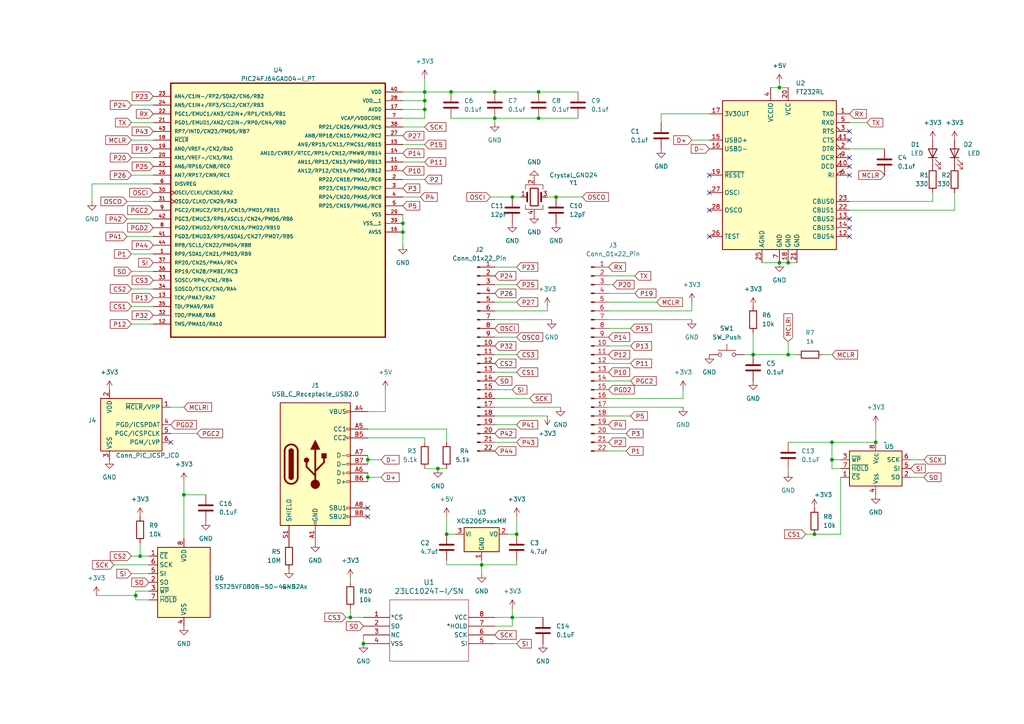
<source format=kicad_sch>
(kicad_sch (version 20230121) (generator eeschema)
  (paper "A4")
  (title_block (rev "2.0"))
  (junction (at 130.81 26.67))
  (junction (at 116.84 64.77))
  (junction (at 228.6 76.2))
  (junction (at 228.6 102.87))
  (junction (at 101.6 179.07))
  (junction (at 148.59 57.15))
  (junction (at 105.41 186.69))
  (junction (at 139.7 163.83))
  (junction (at 39.37 172.72))
  (junction (at 116.84 67.31))
  (junction (at 106.68 133.35))
  (junction (at 123.19 31.75))
  (junction (at 156.21 26.67))
  (junction (at 123.19 29.21))
  (junction (at 127 135.89))
  (junction (at 53.34 143.51))
  (junction (at 149.86 154.94))
  (junction (at 218.44 102.87))
  (junction (at 236.22 154.94))
  (junction (at 156.21 34.29))
  (junction (at 143.51 26.67))
  (junction (at 241.3 128.27))
  (junction (at 161.29 57.15))
  (junction (at 254 128.27))
  (junction (at 148.59 179.07))
  (junction (at 123.19 26.67))
  (junction (at 241.3 133.35))
  (junction (at 143.51 34.29))
  (junction (at 226.06 25.4))
  (junction (at 106.68 138.43))
  (junction (at 40.64 161.29))
  (junction (at 129.54 154.94))
  (junction (at 226.06 76.2))
  (no_connect (at 106.68 147.32))
  (no_connect (at 246.38 38.1))
  (no_connect (at 205.74 68.58))
  (no_connect (at 246.38 45.72))
  (no_connect (at 246.38 40.64))
  (no_connect (at 246.38 63.5))
  (no_connect (at 205.74 55.88))
  (no_connect (at 205.74 60.96))
  (no_connect (at 106.68 149.86))
  (no_connect (at 205.74 50.8))
  (no_connect (at 246.38 66.04))
  (no_connect (at 246.38 68.58))
  (no_connect (at 246.38 48.26))
  (no_connect (at 246.38 50.8))
  (no_connect (at 49.53 128.27))
  (wire (pts (xy 101.6 176.53) (xy 101.6 179.07)))
  (wire (pts (xy 38.1 45.72) (xy 44.45 45.72)))
  (wire (pts (xy 218.44 96.52) (xy 218.44 102.87)))
  (wire (pts (xy 116.84 34.29) (xy 123.19 34.29)))
  (wire (pts (xy 106.68 138.43) (xy 106.68 139.7)))
  (wire (pts (xy 176.53 118.11) (xy 198.12 118.11)))
  (wire (pts (xy 241.3 133.35) (xy 241.3 135.89)))
  (wire (pts (xy 215.9 102.87) (xy 218.44 102.87)))
  (wire (pts (xy 38.1 83.82) (xy 44.45 83.82)))
  (wire (pts (xy 143.51 87.63) (xy 149.86 87.63)))
  (wire (pts (xy 241.3 102.87) (xy 238.76 102.87)))
  (wire (pts (xy 149.86 154.94) (xy 149.86 149.86)))
  (wire (pts (xy 44.45 40.64) (xy 38.1 40.64)))
  (wire (pts (xy 38.1 35.56) (xy 44.45 35.56)))
  (wire (pts (xy 129.54 162.56) (xy 129.54 163.83)))
  (wire (pts (xy 143.51 120.65) (xy 158.75 120.65)))
  (wire (pts (xy 143.51 113.03) (xy 148.59 113.03)))
  (wire (pts (xy 123.19 127) (xy 123.19 128.27)))
  (wire (pts (xy 27.94 172.72) (xy 39.37 172.72)))
  (wire (pts (xy 149.86 77.47) (xy 143.51 77.47)))
  (wire (pts (xy 270.51 58.42) (xy 270.51 55.88)))
  (wire (pts (xy 241.3 128.27) (xy 254 128.27)))
  (wire (pts (xy 106.68 137.16) (xy 106.68 138.43)))
  (wire (pts (xy 143.51 118.11) (xy 162.56 118.11)))
  (wire (pts (xy 176.53 90.17) (xy 200.66 90.17)))
  (wire (pts (xy 228.6 76.2) (xy 231.14 76.2)))
  (wire (pts (xy 116.84 57.15) (xy 121.92 57.15)))
  (wire (pts (xy 143.51 115.57) (xy 153.67 115.57)))
  (wire (pts (xy 191.77 33.02) (xy 191.77 35.56)))
  (wire (pts (xy 226.06 24.13) (xy 226.06 25.4)))
  (wire (pts (xy 40.64 161.29) (xy 43.18 161.29)))
  (wire (pts (xy 38.1 73.66) (xy 44.45 73.66)))
  (wire (pts (xy 228.6 102.87) (xy 231.14 102.87)))
  (wire (pts (xy 44.45 53.34) (xy 26.67 53.34)))
  (wire (pts (xy 106.68 138.43) (xy 110.49 138.43)))
  (wire (pts (xy 33.02 163.83) (xy 43.18 163.83)))
  (wire (pts (xy 241.3 128.27) (xy 241.3 133.35)))
  (wire (pts (xy 176.53 125.73) (xy 181.61 125.73)))
  (wire (pts (xy 176.53 100.33) (xy 182.88 100.33)))
  (wire (pts (xy 149.86 162.56) (xy 149.86 163.83)))
  (wire (pts (xy 176.53 120.65) (xy 182.88 120.65)))
  (wire (pts (xy 228.6 135.89) (xy 228.6 137.16)))
  (wire (pts (xy 38.1 30.48) (xy 44.45 30.48)))
  (wire (pts (xy 176.53 105.41) (xy 182.88 105.41)))
  (wire (pts (xy 38.1 161.29) (xy 40.64 161.29)))
  (wire (pts (xy 36.83 58.42) (xy 44.45 58.42)))
  (wire (pts (xy 123.19 31.75) (xy 123.19 29.21)))
  (wire (pts (xy 53.34 143.51) (xy 53.34 156.21)))
  (wire (pts (xy 228.6 99.06) (xy 228.6 102.87)))
  (wire (pts (xy 176.53 82.55) (xy 177.8 82.55)))
  (wire (pts (xy 176.53 87.63) (xy 190.5 87.63)))
  (wire (pts (xy 105.41 184.15) (xy 105.41 186.69)))
  (wire (pts (xy 143.51 181.61) (xy 148.59 181.61)))
  (wire (pts (xy 111.76 113.03) (xy 111.76 119.38)))
  (wire (pts (xy 243.84 133.35) (xy 241.3 133.35)))
  (wire (pts (xy 39.37 172.72) (xy 39.37 171.45)))
  (wire (pts (xy 127 135.89) (xy 129.54 135.89)))
  (wire (pts (xy 142.24 57.15) (xy 148.59 57.15)))
  (wire (pts (xy 149.86 154.94) (xy 147.32 154.94)))
  (wire (pts (xy 38.1 78.74) (xy 44.45 78.74)))
  (wire (pts (xy 116.84 62.23) (xy 116.84 64.77)))
  (wire (pts (xy 148.59 181.61) (xy 148.59 179.07)))
  (wire (pts (xy 116.84 46.99) (xy 123.19 46.99)))
  (wire (pts (xy 123.19 26.67) (xy 130.81 26.67)))
  (wire (pts (xy 158.75 88.9) (xy 158.75 90.17)))
  (wire (pts (xy 200.66 40.64) (xy 205.74 40.64)))
  (wire (pts (xy 176.53 95.25) (xy 182.88 95.25)))
  (wire (pts (xy 218.44 102.87) (xy 228.6 102.87)))
  (wire (pts (xy 205.74 33.02) (xy 191.77 33.02)))
  (wire (pts (xy 123.19 26.67) (xy 123.19 22.86)))
  (wire (pts (xy 38.1 166.37) (xy 43.18 166.37)))
  (wire (pts (xy 130.81 26.67) (xy 143.51 26.67)))
  (wire (pts (xy 176.53 80.01) (xy 184.15 80.01)))
  (wire (pts (xy 123.19 29.21) (xy 123.19 26.67)))
  (wire (pts (xy 228.6 25.4) (xy 226.06 25.4)))
  (wire (pts (xy 168.91 57.15) (xy 161.29 57.15)))
  (wire (pts (xy 36.83 68.58) (xy 44.45 68.58)))
  (wire (pts (xy 143.51 123.19) (xy 149.86 123.19)))
  (wire (pts (xy 39.37 172.72) (xy 39.37 173.99)))
  (wire (pts (xy 143.51 90.17) (xy 158.75 90.17)))
  (wire (pts (xy 116.84 41.91) (xy 123.19 41.91)))
  (wire (pts (xy 101.6 179.07) (xy 105.41 179.07)))
  (wire (pts (xy 143.51 97.79) (xy 149.86 97.79)))
  (wire (pts (xy 143.51 92.71) (xy 160.02 92.71)))
  (wire (pts (xy 176.53 110.49) (xy 182.88 110.49)))
  (wire (pts (xy 233.68 154.94) (xy 236.22 154.94)))
  (wire (pts (xy 246.38 35.56) (xy 251.46 35.56)))
  (wire (pts (xy 139.7 163.83) (xy 149.86 163.83)))
  (wire (pts (xy 132.08 154.94) (xy 129.54 154.94)))
  (wire (pts (xy 116.84 52.07) (xy 123.19 52.07)))
  (wire (pts (xy 243.84 154.94) (xy 243.84 138.43)))
  (wire (pts (xy 106.68 132.08) (xy 106.68 133.35)))
  (wire (pts (xy 246.38 60.96) (xy 276.86 60.96)))
  (wire (pts (xy 129.54 163.83) (xy 139.7 163.83)))
  (wire (pts (xy 116.84 64.77) (xy 116.84 67.31)))
  (wire (pts (xy 176.53 92.71) (xy 200.66 92.71)))
  (wire (pts (xy 228.6 128.27) (xy 241.3 128.27)))
  (wire (pts (xy 264.16 133.35) (xy 267.97 133.35)))
  (wire (pts (xy 139.7 166.37) (xy 139.7 163.83)))
  (wire (pts (xy 43.18 171.45) (xy 39.37 171.45)))
  (wire (pts (xy 130.81 34.29) (xy 143.51 34.29)))
  (wire (pts (xy 200.66 87.63) (xy 200.66 90.17)))
  (wire (pts (xy 176.53 115.57) (xy 198.12 115.57)))
  (wire (pts (xy 143.51 26.67) (xy 156.21 26.67)))
  (wire (pts (xy 143.51 107.95) (xy 149.86 107.95)))
  (wire (pts (xy 38.1 93.98) (xy 44.45 93.98)))
  (wire (pts (xy 176.53 130.81) (xy 181.61 130.81)))
  (wire (pts (xy 36.83 63.5) (xy 44.45 63.5)))
  (wire (pts (xy 106.68 127) (xy 123.19 127)))
  (wire (pts (xy 243.84 135.89) (xy 241.3 135.89)))
  (wire (pts (xy 143.51 186.69) (xy 149.86 186.69)))
  (wire (pts (xy 123.19 34.29) (xy 123.19 31.75)))
  (wire (pts (xy 116.84 29.21) (xy 123.19 29.21)))
  (wire (pts (xy 100.33 179.07) (xy 101.6 179.07)))
  (wire (pts (xy 143.51 35.56) (xy 143.51 34.29)))
  (wire (pts (xy 158.75 57.15) (xy 161.29 57.15)))
  (wire (pts (xy 220.98 76.2) (xy 226.06 76.2)))
  (wire (pts (xy 156.21 34.29) (xy 167.64 34.29)))
  (wire (pts (xy 226.06 76.2) (xy 228.6 76.2)))
  (wire (pts (xy 106.68 124.46) (xy 129.54 124.46)))
  (wire (pts (xy 38.1 88.9) (xy 44.45 88.9)))
  (wire (pts (xy 236.22 154.94) (xy 243.84 154.94)))
  (wire (pts (xy 156.21 26.67) (xy 167.64 26.67)))
  (wire (pts (xy 116.84 26.67) (xy 123.19 26.67)))
  (wire (pts (xy 53.34 139.7) (xy 53.34 143.51)))
  (wire (pts (xy 148.59 179.07) (xy 157.48 179.07)))
  (wire (pts (xy 116.84 67.31) (xy 116.84 71.12)))
  (wire (pts (xy 101.6 168.91) (xy 101.6 167.64)))
  (wire (pts (xy 129.54 124.46) (xy 129.54 128.27)))
  (wire (pts (xy 148.59 176.53) (xy 148.59 179.07)))
  (wire (pts (xy 40.64 157.48) (xy 40.64 161.29)))
  (wire (pts (xy 53.34 143.51) (xy 59.69 143.51)))
  (wire (pts (xy 254 123.19) (xy 254 128.27)))
  (wire (pts (xy 246.38 58.42) (xy 270.51 58.42)))
  (wire (pts (xy 143.51 102.87) (xy 149.86 102.87)))
  (wire (pts (xy 148.59 57.15) (xy 151.13 57.15)))
  (wire (pts (xy 106.68 133.35) (xy 110.49 133.35)))
  (wire (pts (xy 143.51 179.07) (xy 148.59 179.07)))
  (wire (pts (xy 264.16 138.43) (xy 267.97 138.43)))
  (wire (pts (xy 129.54 149.86) (xy 129.54 154.94)))
  (wire (pts (xy 139.7 163.83) (xy 139.7 162.56)))
  (wire (pts (xy 38.1 50.8) (xy 44.45 50.8)))
  (wire (pts (xy 116.84 31.75) (xy 123.19 31.75)))
  (wire (pts (xy 106.68 133.35) (xy 106.68 134.62)))
  (wire (pts (xy 223.52 25.4) (xy 226.06 25.4)))
  (wire (pts (xy 39.37 173.99) (xy 43.18 173.99)))
  (wire (pts (xy 176.53 85.09) (xy 184.15 85.09)))
  (wire (pts (xy 276.86 60.96) (xy 276.86 55.88)))
  (wire (pts (xy 246.38 43.18) (xy 256.54 43.18)))
  (wire (pts (xy 26.67 53.34) (xy 26.67 58.42)))
  (wire (pts (xy 53.34 118.11) (xy 49.53 118.11)))
  (wire (pts (xy 198.12 113.03) (xy 198.12 115.57)))
  (wire (pts (xy 143.51 34.29) (xy 156.21 34.29)))
  (wire (pts (xy 49.53 125.73) (xy 57.15 125.73)))
  (wire (pts (xy 143.51 128.27) (xy 149.86 128.27)))
  (wire (pts (xy 106.68 119.38) (xy 111.76 119.38)))
  (wire (pts (xy 116.84 36.83) (xy 123.19 36.83)))
  (wire (pts (xy 123.19 135.89) (xy 127 135.89)))
  (wire (pts (xy 143.51 82.55) (xy 149.86 82.55)))
  (text "ESD PRotectin?" (at 311.15 27.94 0) (effects (font (size 5 5)) (justify left bottom)))
  (global_label "CS1" (shape input) (at 233.68 154.94 180) (property "Intersheetrefs" "${INTERSHEET_REFS}" (effects hide)))
  (global_label "P44" (shape input) (at 143.51 130.81 0) (property "Intersheetrefs" "${INTERSHEET_REFS}" (effects hide)))
  (global_label "P4" (shape input) (at 176.53 123.19 0) (property "Intersheetrefs" "${INTERSHEET_REFS}" (effects hide)))
  (global_label "P19" (shape input) (at 44.45 43.18 180) (property "Intersheetrefs" "${INTERSHEET_REFS}" (effects hide)))
  (global_label "P2" (shape input) (at 176.53 128.27 0) (property "Intersheetrefs" "${INTERSHEET_REFS}" (effects hide)))
  (global_label "CS2" (shape input) (at 38.1 83.82 180) (property "Intersheetrefs" "${INTERSHEET_REFS}" (effects hide)))
  (global_label "P26" (shape input) (at 143.51 85.09 0) (property "Intersheetrefs" "${INTERSHEET_REFS}" (effects hide)))
  (global_label "D-" (shape input) (at 205.74 43.18 180) (property "Intersheetrefs" "${INTERSHEET_REFS}" (effects hide)))
  (global_label "SCK" (shape input) (at 123.19 36.83 0) (property "Intersheetrefs" "${INTERSHEET_REFS}" (effects hide)))
  (global_label "P11" (shape input) (at 182.88 105.41 0) (property "Intersheetrefs" "${INTERSHEET_REFS}" (effects hide)))
  (global_label "SCK" (shape input) (at 33.02 163.83 180) (property "Intersheetrefs" "${INTERSHEET_REFS}" (effects hide)))
  (global_label "SCK" (shape input) (at 153.67 115.57 0) (property "Intersheetrefs" "${INTERSHEET_REFS}" (effects hide)))
  (global_label "P27" (shape input) (at 149.86 87.63 0) (property "Intersheetrefs" "${INTERSHEET_REFS}" (effects hide)))
  (global_label "SO" (shape input) (at 143.51 110.49 0) (property "Intersheetrefs" "${INTERSHEET_REFS}" (effects hide)))
  (global_label "P24" (shape input) (at 143.51 80.01 0) (property "Intersheetrefs" "${INTERSHEET_REFS}" (effects hide)))
  (global_label "OSCO" (shape input) (at 36.83 58.42 180) (property "Intersheetrefs" "${INTERSHEET_REFS}" (effects hide)))
  (global_label "OSCI" (shape input) (at 44.45 55.88 180) (property "Intersheetrefs" "${INTERSHEET_REFS}" (effects hide)))
  (global_label "MCLR" (shape input) (at 38.1 40.64 180) (property "Intersheetrefs" "${INTERSHEET_REFS}" (effects hide)))
  (global_label "P14" (shape input) (at 176.53 97.79 0) (property "Intersheetrefs" "${INTERSHEET_REFS}" (effects hide)))
  (global_label "RX" (shape input) (at 246.38 33.02 0) (property "Intersheetrefs" "${INTERSHEET_REFS}" (effects hide)))
  (global_label "CS1" (shape input) (at 38.1 88.9 180) (property "Intersheetrefs" "${INTERSHEET_REFS}" (effects hide)))
  (global_label "SCK" (shape input) (at 143.51 184.15 0) (property "Intersheetrefs" "${INTERSHEET_REFS}" (effects hide)))
  (global_label "CS2" (shape input) (at 143.51 105.41 0) (property "Intersheetrefs" "${INTERSHEET_REFS}" (effects hide)))
  (global_label "PGC2" (shape input) (at 57.15 125.73 0) (property "Intersheetrefs" "${INTERSHEET_REFS}" (effects hide)))
  (global_label "P27" (shape input) (at 116.84 39.37 0) (property "Intersheetrefs" "${INTERSHEET_REFS}" (effects hide)))
  (global_label "D-" (shape input) (at 110.49 133.35 0) (property "Intersheetrefs" "${INTERSHEET_REFS}" (effects hide)))
  (global_label "P10" (shape input) (at 176.53 107.95 0) (property "Intersheetrefs" "${INTERSHEET_REFS}" (effects hide)))
  (global_label "P10" (shape input) (at 116.84 49.53 0) (property "Intersheetrefs" "${INTERSHEET_REFS}" (effects hide)))
  (global_label "MCLR" (shape input) (at 256.54 50.8 180) (property "Intersheetrefs" "${INTERSHEET_REFS}" (effects hide)))
  (global_label "P11" (shape input) (at 123.19 46.99 0) (property "Intersheetrefs" "${INTERSHEET_REFS}" (effects hide)))
  (global_label "SO" (shape input) (at 43.18 168.91 180) (property "Intersheetrefs" "${INTERSHEET_REFS}" (effects hide)))
  (global_label "SI" (shape input) (at 38.1 166.37 180) (property "Intersheetrefs" "${INTERSHEET_REFS}" (effects hide)))
  (global_label "D+" (shape input) (at 110.49 138.43 0) (property "Intersheetrefs" "${INTERSHEET_REFS}" (effects hide)))
  (global_label "PGD2" (shape input) (at 176.53 113.03 0) (property "Intersheetrefs" "${INTERSHEET_REFS}" (effects hide)))
  (global_label "MCLR" (shape input) (at 190.5 87.63 0) (property "Intersheetrefs" "${INTERSHEET_REFS}" (effects hide)))
  (global_label "RX" (shape input) (at 176.53 77.47 0) (property "Intersheetrefs" "${INTERSHEET_REFS}" (effects hide)))
  (global_label "CS3" (shape input) (at 149.86 102.87 0) (property "Intersheetrefs" "${INTERSHEET_REFS}" (effects hide)))
  (global_label "P3" (shape input) (at 116.84 54.61 0) (property "Intersheetrefs" "${INTERSHEET_REFS}" (effects hide)))
  (global_label "P12" (shape input) (at 176.53 102.87 0) (property "Intersheetrefs" "${INTERSHEET_REFS}" (effects hide)))
  (global_label "CS3" (shape input) (at 44.45 81.28 180) (property "Intersheetrefs" "${INTERSHEET_REFS}" (effects hide)))
  (global_label "OSCO" (shape input) (at 168.91 57.15 0) (property "Intersheetrefs" "${INTERSHEET_REFS}" (effects hide)))
  (global_label "P23" (shape input) (at 149.86 77.47 0) (property "Intersheetrefs" "${INTERSHEET_REFS}" (effects hide)))
  (global_label "PGC2" (shape input) (at 44.45 60.96 180) (property "Intersheetrefs" "${INTERSHEET_REFS}" (effects hide)))
  (global_label "SO" (shape input) (at 105.41 181.61 180) (property "Intersheetrefs" "${INTERSHEET_REFS}" (effects hide)))
  (global_label "TX" (shape input) (at 184.15 80.01 0) (property "Intersheetrefs" "${INTERSHEET_REFS}" (effects hide)))
  (global_label "P20" (shape input) (at 177.8 82.55 0) (property "Intersheetrefs" "${INTERSHEET_REFS}" (effects hide)))
  (global_label "P12" (shape input) (at 38.1 93.98 180) (property "Intersheetrefs" "${INTERSHEET_REFS}" (effects hide)))
  (global_label "P42" (shape input) (at 143.51 125.73 0) (property "Intersheetrefs" "${INTERSHEET_REFS}" (effects hide)))
  (global_label "P43" (shape input) (at 44.45 38.1 180) (property "Intersheetrefs" "${INTERSHEET_REFS}" (effects hide)))
  (global_label "P23" (shape input) (at 44.45 27.94 180) (property "Intersheetrefs" "${INTERSHEET_REFS}" (effects hide)))
  (global_label "TX" (shape input) (at 251.46 35.56 0) (property "Intersheetrefs" "${INTERSHEET_REFS}" (effects hide)))
  (global_label "P32" (shape input) (at 44.45 91.44 180) (property "Intersheetrefs" "${INTERSHEET_REFS}" (effects hide)))
  (global_label "P41" (shape input) (at 36.83 68.58 180) (property "Intersheetrefs" "${INTERSHEET_REFS}" (effects hide)))
  (global_label "SI" (shape input) (at 264.16 135.89 0) (property "Intersheetrefs" "${INTERSHEET_REFS}" (effects hide)))
  (global_label "P5" (shape input) (at 182.88 120.65 0) (property "Intersheetrefs" "${INTERSHEET_REFS}" (effects hide)))
  (global_label "P25" (shape input) (at 44.45 48.26 180) (property "Intersheetrefs" "${INTERSHEET_REFS}" (effects hide)))
  (global_label "OSCI" (shape input) (at 143.51 95.25 0) (property "Intersheetrefs" "${INTERSHEET_REFS}" (effects hide)))
  (global_label "SI" (shape input) (at 44.45 76.2 180) (property "Intersheetrefs" "${INTERSHEET_REFS}" (effects hide)))
  (global_label "CS1" (shape input) (at 149.86 107.95 0) (property "Intersheetrefs" "${INTERSHEET_REFS}" (effects hide)))
  (global_label "MCLRI" (shape input) (at 228.6 99.06 90) (property "Intersheetrefs" "${INTERSHEET_REFS}" (effects hide)))
  (global_label "CS2" (shape input) (at 38.1 161.29 180) (property "Intersheetrefs" "${INTERSHEET_REFS}" (effects hide)))
  (global_label "SO" (shape input) (at 38.1 78.74 180) (property "Intersheetrefs" "${INTERSHEET_REFS}" (effects hide)))
  (global_label "P25" (shape input) (at 149.86 82.55 0) (property "Intersheetrefs" "${INTERSHEET_REFS}" (effects hide)))
  (global_label "P20" (shape input) (at 38.1 45.72 180) (property "Intersheetrefs" "${INTERSHEET_REFS}" (effects hide)))
  (global_label "SI" (shape input) (at 149.86 186.69 0) (property "Intersheetrefs" "${INTERSHEET_REFS}" (effects hide)))
  (global_label "P44" (shape input) (at 44.45 71.12 180) (property "Intersheetrefs" "${INTERSHEET_REFS}" (effects hide)))
  (global_label "P24" (shape input) (at 38.1 30.48 180) (property "Intersheetrefs" "${INTERSHEET_REFS}" (effects hide)))
  (global_label "OSCO" (shape input) (at 149.86 97.79 0) (property "Intersheetrefs" "${INTERSHEET_REFS}" (effects hide)))
  (global_label "P41" (shape input) (at 149.86 123.19 0) (property "Intersheetrefs" "${INTERSHEET_REFS}" (effects hide)))
  (global_label "P15" (shape input) (at 182.88 95.25 0) (property "Intersheetrefs" "${INTERSHEET_REFS}" (effects hide)))
  (global_label "P3" (shape input) (at 181.61 125.73 0) (property "Intersheetrefs" "${INTERSHEET_REFS}" (effects hide)))
  (global_label "P5" (shape input) (at 116.84 59.69 0) (property "Intersheetrefs" "${INTERSHEET_REFS}" (effects hide)))
  (global_label "P13" (shape input) (at 182.88 100.33 0) (property "Intersheetrefs" "${INTERSHEET_REFS}" (effects hide)))
  (global_label "P2" (shape input) (at 123.19 52.07 0) (property "Intersheetrefs" "${INTERSHEET_REFS}" (effects hide)))
  (global_label "MCLRI" (shape input) (at 53.34 118.11 0) (property "Intersheetrefs" "${INTERSHEET_REFS}" (effects hide)))
  (global_label "P15" (shape input) (at 123.19 41.91 0) (property "Intersheetrefs" "${INTERSHEET_REFS}" (effects hide)))
  (global_label "OSCI" (shape input) (at 142.24 57.15 180) (property "Intersheetrefs" "${INTERSHEET_REFS}" (effects hide)))
  (global_label "P13" (shape input) (at 44.45 86.36 180) (property "Intersheetrefs" "${INTERSHEET_REFS}" (effects hide)))
  (global_label "D+" (shape input) (at 200.66 40.64 180) (property "Intersheetrefs" "${INTERSHEET_REFS}" (effects hide)))
  (global_label "P26" (shape input) (at 38.1 50.8 180) (property "Intersheetrefs" "${INTERSHEET_REFS}" (effects hide)))
  (global_label "P19" (shape input) (at 184.15 85.09 0) (property "Intersheetrefs" "${INTERSHEET_REFS}" (effects hide)))
  (global_label "RX" (shape input) (at 44.45 33.02 180) (property "Intersheetrefs" "${INTERSHEET_REFS}" (effects hide)))
  (global_label "SO" (shape input) (at 267.97 138.43 0) (property "Intersheetrefs" "${INTERSHEET_REFS}" (effects hide)))
  (global_label "P1" (shape input) (at 38.1 73.66 180) (property "Intersheetrefs" "${INTERSHEET_REFS}" (effects hide)))
  (global_label "P43" (shape input) (at 149.86 128.27 0) (property "Intersheetrefs" "${INTERSHEET_REFS}" (effects hide)))
  (global_label "SI" (shape input) (at 148.59 113.03 0) (property "Intersheetrefs" "${INTERSHEET_REFS}" (effects hide)))
  (global_label "P4" (shape input) (at 121.92 57.15 0) (property "Intersheetrefs" "${INTERSHEET_REFS}" (effects hide)))
  (global_label "P1" (shape input) (at 181.61 130.81 0) (property "Intersheetrefs" "${INTERSHEET_REFS}" (effects hide)))
  (global_label "SCK" (shape input) (at 267.97 133.35 0) (property "Intersheetrefs" "${INTERSHEET_REFS}" (effects hide)))
  (global_label "TX" (shape input) (at 38.1 35.56 180) (property "Intersheetrefs" "${INTERSHEET_REFS}" (effects hide)))
  (global_label "MCLR" (shape input) (at 241.3 102.87 0) (property "Intersheetrefs" "${INTERSHEET_REFS}" (effects hide)))
  (global_label "CS3" (shape input) (at 100.33 179.07 180) (property "Intersheetrefs" "${INTERSHEET_REFS}" (effects hide)))
  (global_label "P14" (shape input) (at 116.84 44.45 0) (property "Intersheetrefs" "${INTERSHEET_REFS}" (effects hide)))
  (global_label "PGD2" (shape input) (at 44.45 66.04 180) (property "Intersheetrefs" "${INTERSHEET_REFS}" (effects hide)))
  (global_label "PGD2" (shape input) (at 49.53 123.19 0) (property "Intersheetrefs" "${INTERSHEET_REFS}" (effects hide)))
  (global_label "P32" (shape input) (at 143.51 100.33 0) (property "Intersheetrefs" "${INTERSHEET_REFS}" (effects hide)))
  (global_label "PGC2" (shape input) (at 182.88 110.49 0) (property "Intersheetrefs" "${INTERSHEET_REFS}" (effects hide)))
  (global_label "P42" (shape input) (at 36.83 63.5 180) (property "Intersheetrefs" "${INTERSHEET_REFS}" (effects hide)))
  (symbol (lib_id "power:GND") (at 205.74 102.87 0) (unit 1)
    (property "Reference" "#PWR016" (effects hide))
    (property "Value" "GND" (at 205.74 107.95 0))
  )
  (symbol (lib_id "power:GND") (at 26.67 58.42 0) (unit 1)
    (property "Reference" "#PWR014" (effects hide))
    (property "Value" "GND" (at 26.67 63.5 0))
  )
  (symbol (lib_id "Device:C") (at 156.21 30.48 0) (unit 1)
    (property "Reference" "C8" (at 160.02 29.21 0) (effects (justify left)))
    (property "Value" "0.1uf" (at 160.02 31.75 0) (effects (justify left)))
    (property "Footprint" "Capacitor_SMD:C_0603_1608Metric" (effects hide))
  )
  (symbol (lib_id "power:GND") (at 83.82 165.1 0) (unit 1)
    (property "Reference" "#PWR08" (effects hide))
    (property "Value" "GND" (at 83.82 170.18 0))
  )
  (symbol (lib_id "power:GND") (at 139.7 166.37 0) (unit 1)
    (property "Reference" "#PWR011" (effects hide))
    (property "Value" "GND" (at 139.7 171.45 0))
  )
  (symbol (lib_id "power:GND") (at 200.66 92.71 0) (unit 1)
    (property "Reference" "#PWR029" (effects hide))
    (property "Value" "GND" (at 200.66 97.79 0))
  )
  (symbol (lib_id "power:+3V3") (at 123.19 22.86 0) (unit 1)
    (property "Reference" "#PWR012" (effects hide))
    (property "Value" "+3V3" (at 123.19 17.78 0))
  )
  (symbol (lib_id "Device:C") (at 218.44 106.68 0) (unit 1)
    (property "Reference" "C5" (at 222.25 105.41 0) (effects (justify left)))
    (property "Value" "0.1uf" (at 222.25 107.95 0) (effects (justify left)))
    (property "Footprint" "Capacitor_SMD:C_0603_1608Metric" (effects hide))
  )
  (symbol (lib_id "Connector:Conn_PIC_ICSP_ICD") (at 36.83 123.19 0) (unit 1)
    (property "Reference" "J4" (at 27.94 121.92 0) (effects (justify right)))
    (property "Value" "Conn_PIC_ICSP_ICD" (at 52.07 132.08 0) (effects (justify right)))
    (property "Footprint" "Connector_PinHeader_2.54mm:PinHeader_1x05_P2.54mm_Vertical_SMD_Pin1Left" (effects hide))
    (property "Datasheet" "http://ww1.microchip.com/downloads/en/devicedoc/30277d.pdf" (effects hide))
  )
  (symbol (lib_id "power:GND") (at 116.84 71.12 0) (unit 1)
    (property "Reference" "#PWR013" (effects hide))
    (property "Value" "GND" (at 116.84 76.2 0))
  )
  (symbol (lib_id "power:+5V") (at 129.54 149.86 0) (unit 1)
    (property "Reference" "#PWR09" (effects hide))
    (property "Value" "+5V" (at 129.54 144.78 0))
  )
  (symbol (lib_id "power:+3V3") (at 200.66 87.63 0) (unit 1)
    (property "Reference" "#PWR028" (effects hide))
    (property "Value" "+3V3" (at 200.66 82.55 0))
  )
  (symbol (lib_id "Memory_Flash:SST25VF080B-50-4x-S2Ax") (at 53.34 168.91 0) (unit 1)
    (property "Reference" "U6" (at 62.23 167.64 0) (effects (justify left)))
    (property "Value" "SST25VF080B-50-4x-S2Ax" (at 62.23 170.18 0) (effects (justify left)))
    (property "Footprint" "Package_SO:SOP-8_3.9x4.9mm_P1.27mm" (effects hide))
    (property "Datasheet" "http://ww1.microchip.com/downloads/en/DeviceDoc/20005045C.pdf" (effects hide))
  )
  (symbol (lib_id "power:+5V") (at 111.76 113.03 0) (unit 1)
    (property "Reference" "#PWR015" (effects hide))
    (property "Value" "+5V" (at 111.76 107.95 0))
  )
  (symbol (lib_id "Regulator_Linear:XC6206PxxxMR") (at 139.7 154.94 0) (unit 1)
    (property "Reference" "U3" (at 139.7 148.59 0))
    (property "Value" "XC6206PxxxMR" (at 139.7 151.13 0))
    (property "Footprint" "Package_TO_SOT_SMD:SOT-23-3" (effects hide))
    (property "Datasheet" "https://datasheet.lcsc.com/lcsc/2303151430_HXY-MOSFET-XC6206P332MR_C5148692.pdf" (effects hide))
    (property "LCSC Link" "https://www.lcsc.com/product-detail/Linear-Voltage-Regulators-LDO_HXY-MOSFET-XC6206P332MR_C5148692.html" (effects hide))
  )
  (symbol (lib_name "PIC24FJ64GA004-I_PT_1") (lib_id "PIC24FJ64GA004-I_PT:PIC24FJ64GA004-I_PT") (at 60.96 90.17 0) (unit 1)
    (property "Reference" "U4" (at 80.645 20.32 0))
    (property "Value" "PIC24FJ64GA004-I_PT" (at 80.645 22.86 0))
    (property "Footprint" "Package_QFP:LQFP-44_10x10mm_P0.8mm" (effects hide))
    (property "Datasheet" "https://ww1.microchip.com/downloads/en/DeviceDoc/39881e.pdf" (effects hide))
  )
  (symbol (lib_id "power:+3V3") (at 276.86 40.64 0) (unit 1)
    (property "Reference" "#PWR02" (effects hide))
    (property "Value" "+3V3" (at 276.86 35.56 0))
  )
  (symbol (lib_id "power:GND") (at 161.29 64.77 0) (unit 1)
    (property "Reference" "#PWR023" (effects hide))
    (property "Value" "GND" (at 161.29 69.85 0))
  )
  (symbol (lib_id "Device:C") (at 161.29 60.96 0) (unit 1)
    (property "Reference" "C10" (at 165.1 59.69 0) (effects (justify left)))
    (property "Value" "12pF" (at 165.1 62.23 0) (effects (justify left)))
    (property "Footprint" "Capacitor_SMD:C_0603_1608Metric" (effects hide))
  )
  (symbol (lib_id "Device:LED") (at 276.86 44.45 90) (unit 1)
    (property "Reference" "D2" (at 279.4 41.91 90) (effects (justify right)))
    (property "Value" "LED" (at 280.67 44.45 90) (effects (justify right)))
    (property "Footprint" "LED_SMD:LED_0603_1608Metric" (effects hide))
    (property "Datasheet" "https://datasheet.lcsc.com/lcsc/2308091127_TUOZHAN-F-0603-00139-P2-0603R1TS2-06T-002_C7496820.pdf" (effects hide))
    (property "LCSC Link" "https://www.lcsc.com/product-detail/Light-Emitting-Diodes-span-style-background-color-ff0-LED-span_TUOZHAN-F-0603-00139-P2-0603R1TS2-06T-002_C7496820.html" (effects hide))
  )
  (symbol (lib_id "power:GND") (at 154.94 62.23 0) (unit 1)
    (property "Reference" "#PWR045" (effects hide))
    (property "Value" "GND" (at 154.94 67.31 0))
  )
  (symbol (lib_id "Device:C") (at 148.59 60.96 0) (unit 1)
    (property "Reference" "C11" (at 142.24 59.69 0) (effects (justify left)))
    (property "Value" "12pF" (at 142.24 62.23 0) (effects (justify left)))
    (property "Footprint" "Capacitor_SMD:C_0603_1608Metric" (effects hide))
  )
  (symbol (lib_id "power:+3V3") (at 40.64 149.86 0) (unit 1)
    (property "Reference" "#PWR036" (effects hide))
    (property "Value" "+3V3" (at 40.64 144.78 0))
  )
  (symbol (lib_id "power:GND") (at 91.44 157.48 0) (unit 1)
    (property "Reference" "#PWR07" (effects hide))
    (property "Value" "GND" (at 91.44 162.56 0))
  )
  (symbol (lib_id "Device:C") (at 167.64 30.48 0) (unit 1)
    (property "Reference" "C9" (at 171.45 29.21 0) (effects (justify left)))
    (property "Value" "0.1uf" (at 171.45 31.75 0) (effects (justify left)))
    (property "Footprint" "Capacitor_SMD:C_0603_1608Metric" (effects hide))
  )
  (symbol (lib_id "power:GND") (at 160.02 92.71 0) (unit 1)
    (property "Reference" "#PWR025" (effects hide))
    (property "Value" "GND" (at 160.02 97.79 0))
  )
  (symbol (lib_id "Device:R") (at 129.54 132.08 0) (unit 1)
    (property "Reference" "R4" (at 133.35 130.81 0) (effects (justify left)))
    (property "Value" "5.1k" (at 132.08 133.35 0) (effects (justify left)))
    (property "Footprint" "Resistor_SMD:R_0603_1608Metric" (effects hide))
  )
  (symbol (lib_id "power:+5V") (at 226.06 24.13 0) (unit 1)
    (property "Reference" "#PWR05" (effects hide))
    (property "Value" "+5V" (at 226.06 19.05 0))
  )
  (symbol (lib_id "Device:R") (at 83.82 161.29 0) (unit 1)
    (property "Reference" "R5" (at 78.74 160.02 0) (effects (justify left)))
    (property "Value" "10M" (at 77.47 162.56 0) (effects (justify left)))
    (property "Footprint" "Resistor_SMD:R_0603_1608Metric" (effects hide))
  )
  (symbol (lib_id "power:+3V3") (at 236.22 147.32 0) (unit 1)
    (property "Reference" "#PWR041" (effects hide))
    (property "Value" "+3V3" (at 238.76 143.51 0))
  )
  (symbol (lib_id "Device:C") (at 256.54 46.99 0) (unit 1)
    (property "Reference" "C4" (at 260.35 45.72 0) (effects (justify left)))
    (property "Value" "0.1uf" (at 260.35 48.26 0) (effects (justify left)))
    (property "Footprint" "Capacitor_SMD:C_0603_1608Metric" (effects hide))
  )
  (symbol (lib_id "power:+3V3") (at 158.75 120.65 180) (unit 1)
    (property "Reference" "#PWR027" (effects hide))
    (property "Value" "+3V3" (at 158.75 125.73 0))
  )
  (symbol (lib_id "power:GND") (at 218.44 110.49 0) (unit 1)
    (property "Reference" "#PWR019" (effects hide))
    (property "Value" "GND" (at 218.44 115.57 0))
  )
  (symbol (lib_id "Device:C") (at 143.51 30.48 0) (unit 1)
    (property "Reference" "C7" (at 147.32 29.21 0) (effects (justify left)))
    (property "Value" "0.1uf" (at 147.32 31.75 0) (effects (justify left)))
    (property "Footprint" "Capacitor_SMD:C_0603_1608Metric" (effects hide))
  )
  (symbol (lib_id "power:GND") (at 143.51 35.56 0) (unit 1)
    (property "Reference" "#PWR018" (effects hide))
    (property "Value" "GND" (at 143.51 40.64 0))
  )
  (symbol (lib_id "power:GND") (at 157.48 186.69 0) (unit 1)
    (property "Reference" "#PWR039" (effects hide))
    (property "Value" "GND" (at 157.48 191.77 0))
  )
  (symbol (lib_id "power:GND") (at 53.34 181.61 0) (unit 1)
    (property "Reference" "#PWR043" (effects hide))
    (property "Value" "GND" (at 53.34 186.69 0))
  )
  (symbol (lib_id "Interface_USB:FT232RL") (at 226.06 50.8 0) (unit 1)
    (property "Reference" "U2" (at 230.7941 24.13 0) (effects (justify left)))
    (property "Value" "FT232RL" (at 230.7941 26.67 0) (effects (justify left)))
    (property "Footprint" "Package_SO:SSOP-28_5.3x10.2mm_P0.65mm" (effects hide))
    (property "Datasheet" "https://www.ftdichip.com/Support/Documents/DataSheets/ICs/DS_FT232R.pdf" (effects hide))
    (property "LCSC Link" "https://www.lcsc.com/product-detail/USB-ICs_FTDI-FT232RNL-REEL_C5246810.html" (effects hide))
  )
  (symbol (lib_id "power:+3V3") (at 148.59 176.53 0) (unit 1)
    (property "Reference" "#PWR038" (effects hide))
    (property "Value" "+3V3" (at 148.59 171.45 0))
  )
  (symbol (lib_id "Device:Crystal_GND24") (at 154.94 57.15 0) (unit 1)
    (property "Reference" "Y1" (at 166.37 52.9591 0))
    (property "Value" "Crystal_GND24" (at 166.37 50.8 0))
    (property "Footprint" "Crystal:Crystal_SMD_3225-4Pin_3.2x2.5mm" (effects hide))
    (property "Datasheet" "https://datasheet.lcsc.com/lcsc/2203101903_JWT-CF4016M00009T8188036_C2933038.pdf" (effects hide))
  )
  (symbol (lib_id "Device:C") (at 228.6 132.08 0) (unit 1)
    (property "Reference" "C13" (at 232.41 130.81 0) (effects (justify left)))
    (property "Value" "0.1uF" (at 232.41 133.35 0) (effects (justify left)))
    (property "Footprint" "Capacitor_SMD:C_0603_1608Metric" (effects hide))
  )
  (symbol (lib_id "power:GND") (at 105.41 186.69 0) (unit 1)
    (property "Reference" "#PWR034" (effects hide))
    (property "Value" "GND" (at 105.41 191.77 0))
  )
  (symbol (lib_id "Device:C") (at 129.54 158.75 0) (unit 1)
    (property "Reference" "C2" (at 121.92 157.48 0) (effects (justify left)))
    (property "Value" "4.7uf" (at 121.92 160.02 0) (effects (justify left)))
    (property "Footprint" "Capacitor_SMD:C_0603_1608Metric" (effects hide))
  )
  (symbol (lib_id "power:+3V3") (at 270.51 40.64 0) (unit 1)
    (property "Reference" "#PWR01" (effects hide))
    (property "Value" "+3V3" (at 270.51 35.56 0))
  )
  (symbol (lib_id "power:+3V3") (at 198.12 113.03 0) (unit 1)
    (property "Reference" "#PWR030" (effects hide))
    (property "Value" "+3V3" (at 198.12 107.95 0))
  )
  (symbol (lib_id "Connector:Conn_01x22_Pin") (at 138.43 102.87 0) (unit 1)
    (property "Reference" "J2" (at 139.065 72.39 0))
    (property "Value" "Conn_01x22_Pin" (at 139.065 74.93 0))
    (property "Footprint" "Connector_PinHeader_2.54mm:PinHeader_1x22_P2.54mm_Vertical" (effects hide))
  )
  (symbol (lib_id "power:GND") (at 31.75 133.35 0) (unit 1)
    (property "Reference" "#PWR021" (effects hide))
    (property "Value" "GND" (at 31.75 138.43 0))
  )
  (symbol (lib_id "Connector:Conn_01x22_Pin") (at 171.45 102.87 0) (unit 1)
    (property "Reference" "J3" (at 177.8 71.12 0))
    (property "Value" "Conn_01x22_Pin" (at 177.8 73.66 0))
    (property "Footprint" "Connector_PinHeader_2.54mm:PinHeader_1x22_P2.54mm_Vertical" (effects hide))
  )
  (symbol (lib_id "Device:R") (at 276.86 52.07 0) (unit 1)
    (property "Reference" "R2" (at 273.05 50.8 0) (effects (justify left)))
    (property "Value" "330" (at 271.78 53.34 0) (effects (justify left)))
    (property "Footprint" "Resistor_SMD:R_0603_1608Metric" (effects hide))
  )
  (symbol (lib_id "power:GND") (at 228.6 137.16 0) (unit 1)
    (property "Reference" "#PWR033" (effects hide))
    (property "Value" "GND" (at 228.6 142.24 0))
  )
  (symbol (lib_id "power:GND") (at 162.56 118.11 0) (unit 1)
    (property "Reference" "#PWR026" (effects hide))
    (property "Value" "GND" (at 162.56 123.19 0))
  )
  (symbol (lib_id "Memory_EEPROM:25CSM04xxSN") (at 254 135.89 0) (unit 1)
    (property "Reference" "U5" (at 256.54 129.54 0) (effects (justify left)))
    (property "Value" "~" (at 256.1941 128.27 0) (effects (justify left)))
    (property "Footprint" "AT25M01-SSHM-T" (effects hide))
    (property "Datasheet" "https://datasheet.lcsc.com/lcsc/2304140030_Microchip-Tech-AT25M01-SSHM-T_C117499.pdf" (effects hide))
  )
  (symbol (lib_id "Device:C") (at 191.77 39.37 0) (unit 1)
    (property "Reference" "C1" (at 182.88 38.1 0) (effects (justify left)))
    (property "Value" "0.1uf" (at 182.88 40.64 0) (effects (justify left)))
    (property "Footprint" "Capacitor_SMD:C_0603_1608Metric" (effects hide))
  )
  (symbol (lib_id "Device:C") (at 59.69 147.32 0) (unit 1)
    (property "Reference" "C16" (at 63.5 146.05 0) (effects (justify left)))
    (property "Value" "0.1uF" (at 63.5 148.59 0) (effects (justify left)))
    (property "Footprint" "Capacitor_SMD:C_0603_1608Metric" (effects hide))
  )
  (symbol (lib_id "power:GND") (at 191.77 43.18 0) (unit 1)
    (property "Reference" "#PWR04" (effects hide))
    (property "Value" "GND" (at 191.77 48.26 0))
  )
  (symbol (lib_id "power:+3V3") (at 53.34 139.7 0) (unit 1)
    (property "Reference" "#PWR042" (effects hide))
    (property "Value" "+3V3" (at 53.34 134.62 0))
  )
  (symbol (lib_id "power:+3V3") (at 27.94 172.72 0) (unit 1)
    (property "Reference" "#PWR040" (effects hide))
    (property "Value" "+3V3" (at 27.94 167.64 0))
  )
  (symbol (lib_id "power:GND") (at 59.69 151.13 0) (unit 1)
    (property "Reference" "#PWR044" (effects hide))
    (property "Value" "GND" (at 59.69 156.21 0))
  )
  (symbol (lib_id "Connector:USB_C_Receptacle_USB2.0") (at 91.44 134.62 0) (unit 1)
    (property "Reference" "J1" (at 91.44 111.76 0))
    (property "Value" "USB_C_Receptacle_USB2.0" (at 91.44 114.3 0))
    (property "Footprint" "Connector_USB:USB_C_Receptacle_GCT_USB4105-xx-A_16P_TopMnt_Horizontal" (effects hide))
    (property "Datasheet" "https://datasheet.lcsc.com/lcsc/2201121330_DEALON-USB-TYPE-C-009_C2927029.pdf" (effects hide))
    (property "LCSC Link" "https://www.lcsc.com/product-detail/span-style-background-color-ff0-USB-span-Connectors_SOFNG-MC-311D_C136423.html" (effects hide))
  )
  (symbol (lib_id "Switch:SW_Push") (at 210.82 102.87 0) (unit 1)
    (property "Reference" "SW1" (at 210.82 95.25 0))
    (property "Value" "SW_Push" (at 210.82 97.79 0))
    (property "Footprint" "Button_Switch_SMD:SW_Push_1P1T_NO_6x6mm_H9.5mm" (effects hide))
    (property "Datasheet" "https://datasheet.lcsc.com/lcsc/2111050930_Korean-Hroparts-Elec-K2-1157SP-I4SW-01_C2909692.pdf" (effects hide))
    (property "LCSC Link" "https://www.lcsc.com/product-detail/Push-Switches_Korean-Hroparts-Elec-K2-1157SP-I4SW-01_C2909692.html" (effects hide))
  )
  (symbol (lib_id "Device:R") (at 234.95 102.87 90) (unit 1)
    (property "Reference" "R7" (at 234.95 96.52 90))
    (property "Value" "1k" (at 234.95 99.06 90))
    (property "Footprint" "Resistor_SMD:R_0603_1608Metric" (effects hide))
  )
  (symbol (lib_id "Device:C") (at 130.81 30.48 0) (unit 1)
    (property "Reference" "C6" (at 134.62 29.21 0) (effects (justify left)))
    (property "Value" "0.1uf" (at 134.62 31.75 0) (effects (justify left)))
    (property "Footprint" "Capacitor_SMD:C_0603_1608Metric" (effects hide))
  )
  (symbol (lib_id "power:GND") (at 226.06 76.2 0) (unit 1)
    (property "Reference" "#PWR03" (effects hide))
    (property "Value" "GND" (at 226.06 81.28 0))
  )
  (symbol (lib_id "power:+3V3") (at 158.75 88.9 0) (unit 1)
    (property "Reference" "#PWR024" (effects hide))
    (property "Value" "+3V3" (at 158.75 83.82 0))
  )
  (symbol (lib_id "Device:C") (at 157.48 182.88 0) (unit 1)
    (property "Reference" "C14" (at 161.29 181.61 0) (effects (justify left)))
    (property "Value" "0.1uF" (at 161.29 184.15 0) (effects (justify left)))
    (property "Footprint" "Capacitor_SMD:C_0603_1608Metric" (effects hide))
  )
  (symbol (lib_id "Device:R") (at 40.64 153.67 0) (unit 1)
    (property "Reference" "R9" (at 43.18 152.4 0) (effects (justify left)))
    (property "Value" "10k" (at 43.18 154.94 0) (effects (justify left)))
    (property "Footprint" "Resistor_SMD:R_0603_1608Metric" (effects hide))
  )
  (symbol (lib_id "power:+3V3") (at 254 123.19 0) (unit 1)
    (property "Reference" "#PWR032" (effects hide))
    (property "Value" "+3V3" (at 254 118.11 0))
  )
  (symbol (lib_id "power:+3V3") (at 149.86 149.86 0) (unit 1)
    (property "Reference" "#PWR010" (effects hide))
    (property "Value" "+3V3" (at 149.86 144.78 0))
  )
  (symbol (lib_id "Device:LED") (at 270.51 44.45 90) (unit 1)
    (property "Reference" "D1" (at 264.16 41.91 90) (effects (justify right)))
    (property "Value" "LED" (at 264.16 44.45 90) (effects (justify right)))
    (property "Footprint" "LED_SMD:LED_0603_1608Metric" (effects hide))
    (property "Datasheet" "https://datasheet.lcsc.com/lcsc/2308091127_TUOZHAN-F-0603-00139-P2-0603R1TS2-06T-002_C7496820.pdf" (effects hide))
    (property "LCSC Link" "https://www.lcsc.com/product-detail/Light-Emitting-Diodes-span-style-background-color-ff0-LED-span_TUOZHAN-F-0603-00139-P2-0603R1TS2-06T-002_C7496820.html" (effects hide))
  )
  (symbol (lib_id "power:GND") (at 154.94 52.07 180) (unit 1)
    (property "Reference" "#PWR046" (effects hide))
    (property "Value" "GND" (at 154.94 46.99 0))
  )
  (symbol (lib_id "Device:R") (at 123.19 132.08 0) (unit 1)
    (property "Reference" "R3" (at 118.11 130.81 0) (effects (justify left)))
    (property "Value" "5.1k" (at 116.84 133.35 0) (effects (justify left)))
    (property "Footprint" "Resistor_SMD:R_0603_1608Metric" (effects hide))
  )
  (symbol (lib_id "Device:C") (at 149.86 158.75 0) (unit 1)
    (property "Reference" "C3" (at 153.67 157.48 0) (effects (justify left)))
    (property "Value" "4.7uf" (at 153.67 160.02 0) (effects (justify left)))
    (property "Footprint" "Capacitor_SMD:C_0603_1608Metric" (effects hide))
  )
  (symbol (lib_id "power:+3V3") (at 101.6 167.64 0) (unit 1)
    (property "Reference" "#PWR035" (effects hide))
    (property "Value" "+3V3" (at 101.6 162.56 0))
  )
  (symbol (lib_name "23LC1024T-I_SN_1") (lib_id "2023-11-23_01-02-04:23LC1024T-I_SN") (at 82.55 179.07 0) (unit 1)
    (property "Reference" "U1" (at 124.46 168.91 0) (effects (font (size 1.524 1.524))))
    (property "Value" "23LC1024T-I/SN" (at 124.46 171.45 0) (effects (font (size 1.524 1.524))))
    (property "Footprint" "Package_SO:SOIC-8-N7_3.9x4.9mm_P1.27mm" (effects hide))
    (property "Datasheet" "23LC1024T-I/SN" (effects hide))
  )
  (symbol (lib_id "power:GND") (at 254 143.51 0) (unit 1)
    (property "Reference" "#PWR037" (effects hide))
    (property "Value" "GND" (at 254 148.59 0))
  )
  (symbol (lib_id "Device:R") (at 236.22 151.13 0) (unit 1)
    (property "Reference" "R8" (at 238.76 149.86 0) (effects (justify left)))
    (property "Value" "10k" (at 238.76 152.4 0) (effects (justify left)))
    (property "Footprint" "Resistor_SMD:R_0603_1608Metric" (effects hide))
  )
  (symbol (lib_id "Device:R") (at 101.6 172.72 0) (unit 1)
    (property "Reference" "R10" (at 104.14 171.45 0) (effects (justify left)))
    (property "Value" "10k" (at 104.14 173.99 0) (effects (justify left)))
    (property "Footprint" "Resistor_SMD:R_0603_1608Metric" (effects hide))
  )
  (symbol (lib_id "power:+3V3") (at 218.44 88.9 0) (unit 1)
    (property "Reference" "#PWR017" (effects hide))
    (property "Value" "+3V3" (at 218.44 83.82 0))
  )
  (symbol (lib_id "Device:R") (at 218.44 92.71 0) (unit 1)
    (property "Reference" "R6" (at 220.98 91.44 0) (effects (justify left)))
    (property "Value" "10k" (at 220.98 93.98 0) (effects (justify left)))
    (property "Footprint" "Resistor_SMD:R_0603_1608Metric" (effects hide))
  )
  (symbol (lib_id "Device:R") (at 270.51 52.07 0) (unit 1)
    (property "Reference" "R1" (at 266.7 50.8 0) (effects (justify left)))
    (property "Value" "330" (at 265.43 53.34 0) (effects (justify left)))
    (property "Footprint" "Resistor_SMD:R_0603_1608Metric" (effects hide))
  )
  (symbol (lib_id "power:GND") (at 198.12 118.11 0) (unit 1)
    (property "Reference" "#PWR031" (effects hide))
    (property "Value" "GND" (at 198.12 123.19 0))
  )
  (symbol (lib_id "power:GND") (at 127 135.89 0) (unit 1)
    (property "Reference" "#PWR06" (effects hide))
    (property "Value" "GND" (at 127 140.97 0))
  )
  (symbol (lib_id "power:+3V3") (at 31.75 113.03 0) (unit 1)
    (property "Reference" "#PWR020" (effects hide))
    (property "Value" "+3V3" (at 31.75 107.95 0))
  )
  (symbol (lib_id "power:GND") (at 148.59 64.77 0) (unit 1)
    (property "Reference" "#PWR022" (effects hide))
    (property "Value" "GND" (at 148.59 69.85 0))
  )
)
</source>
